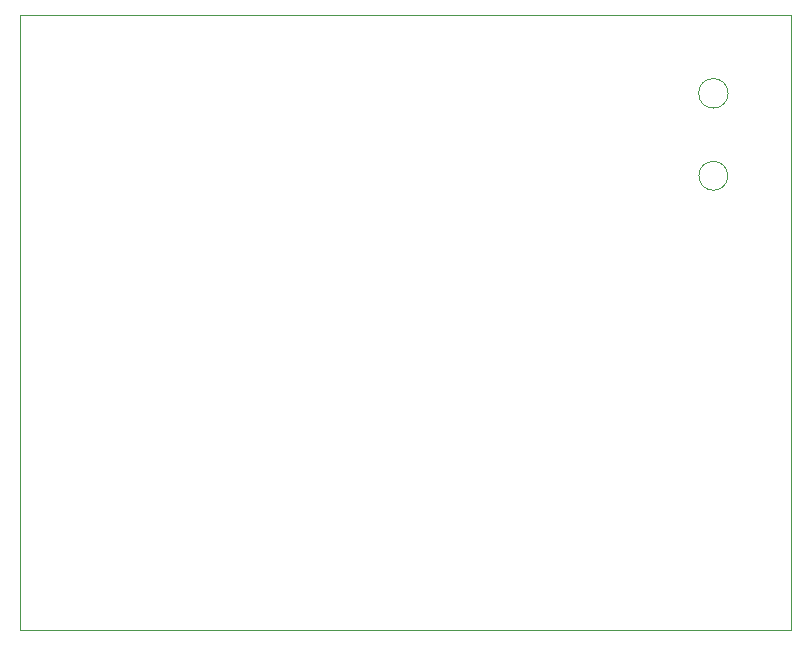
<source format=gbr>
%TF.GenerationSoftware,KiCad,Pcbnew,5.1.5+dfsg1-2build2*%
%TF.CreationDate,2021-11-19T00:53:45-06:00*%
%TF.ProjectId,Audio_Dac_I2S,41756469-6f5f-4446-9163-5f4932532e6b,rev?*%
%TF.SameCoordinates,Original*%
%TF.FileFunction,Profile,NP*%
%FSLAX46Y46*%
G04 Gerber Fmt 4.6, Leading zero omitted, Abs format (unit mm)*
G04 Created by KiCad (PCBNEW 5.1.5+dfsg1-2build2) date 2021-11-19 00:53:45*
%MOMM*%
%LPD*%
G04 APERTURE LIST*
%TA.AperFunction,Profile*%
%ADD10C,0.050000*%
%TD*%
G04 APERTURE END LIST*
D10*
X245110000Y-94615000D02*
X245110000Y-42545000D01*
X239790947Y-56134000D02*
G75*
G03X239790947Y-56134000I-1221447J0D01*
G01*
X239817077Y-49149000D02*
G75*
G03X239817077Y-49149000I-1247577J0D01*
G01*
X179832000Y-42545000D02*
X245110000Y-42545000D01*
X179832000Y-94615000D02*
X179832000Y-42545000D01*
X245110000Y-94615000D02*
X179832000Y-94615000D01*
M02*

</source>
